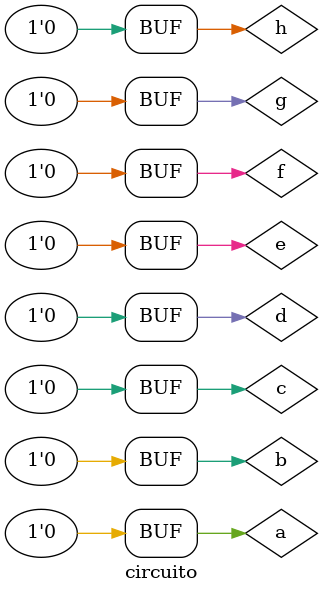
<source format=v>
module orgate ( output s1,  input p,input q,input r,input t);
  assign s = p | q | r | t;
endmodule // orgate 
// --------------------- 
// -- and gate 
// ---------------------         
module andgate ( output s2,   input p,input q,input r,input t);
  assign s = (p & q & r & t);
endmodule // andgate 
// -------------------
// -- nor gate
// -------------------
module norgate(output s, input p,input q);
  assign s = ~(~(p|q)); 
endmodule // norgate

module circuito;
// ------------------------- dados locais 
  reg a, b, c, d, e, f, g, h; // definir registradores 
  wire s; // definir conexao (fio) 
// ------------------------- instancia 
  orgate OR1 (s1, a, b, c, d); 
  andgate AND1 (s2, e, f, g, h);
  norgate NOR1 (s, s1, s2);  
// ------------------------- preparacao 
  initial begin:start
    a=0; b=0; c=0; d=0; e=0; f=0; g=0; h=0; 
  end 
// ------------------------- parte principal 
  initial begin:main
    $display("Exercicio04 -  Milton teles da silva - 2751"); 
    $display("Test circuito gate"); 
 $display("\na b c d e f g h = s\n");
	$monitor("%b %b %b %b %b %b %b %b = %b",a,b,c,d,e,f,g,h,s);
   #1 a=0; b=0; c=0; d=0; e=0; f=0; g=0; h=0;
  end 
endmodule // circuito
</source>
